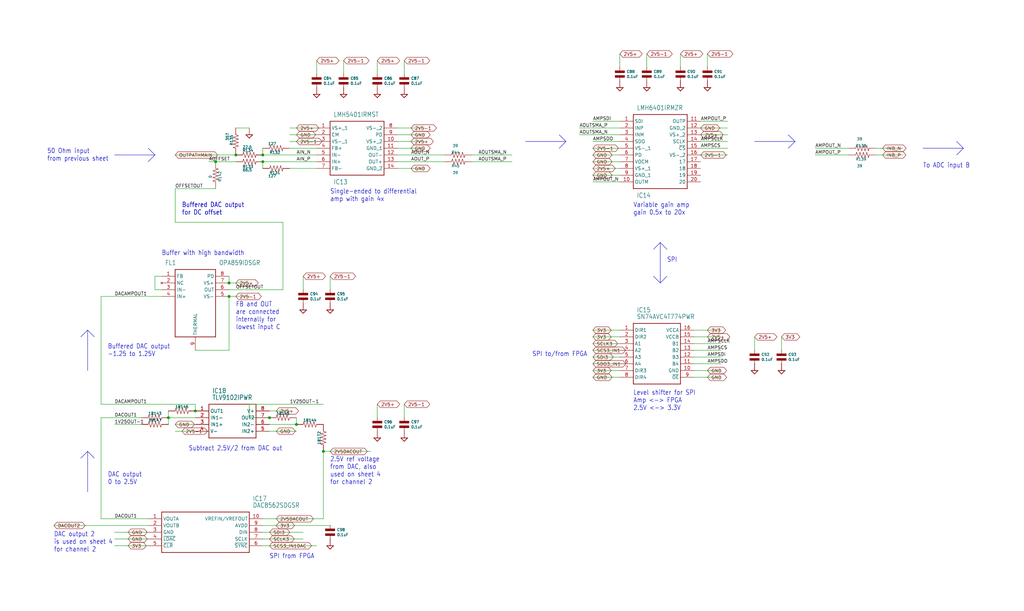
<source format=kicad_sch>
(kicad_sch (version 20231120) (generator "eeschema") (generator_version "8.0")
  (paper "User" 386.055 230.327)
  (lib_symbols
    (symbol "haasoscope_pro_adc_fpga_board-eagle-import:CAPACITOR_NP_0402"
      (property "Reference" "C" (at 2.54 1.524 0))
      (symbol "CAPACITOR_NP_0402_1_0"
        (rectangle (start -1.778 -1.27) (end 1.778 -0.508) (fill (type outline)))
        (rectangle (start -1.778 0.508) (end 1.778 1.27) (fill (type outline)))
        (polyline (pts (xy 0 -2.54) (xy 0 -1.016)) (stroke (width 0.1524)))
        (polyline (pts (xy 0 2.54) (xy 0 1.016)) (stroke (width 0.1524)))
        (pin passive line (at 0 2.54 270) (length 0) (name "P$1") (number "P$1"))
        (pin passive line (at 0 -2.54 90) (length 0) (name "P$2") (number "P$2"))
      )
    )
    (symbol "haasoscope_pro_adc_fpga_board-eagle-import:DAC8562SDGSR"
      (property "Reference" "IC" (at 39.37 7.62 0))
      (symbol "DAC8562SDGSR_1_0"
        (polyline (pts (xy 5.08 2.54) (xy 5.08 -12.7)) (stroke (width 0.254)))
        (polyline (pts (xy 5.08 2.54) (xy 38.1 2.54)) (stroke (width 0.254)))
        (polyline (pts (xy 38.1 -12.7) (xy 5.08 -12.7)) (stroke (width 0.254)))
        (polyline (pts (xy 38.1 -12.7) (xy 38.1 2.54)) (stroke (width 0.254)))
        (pin bidirectional line (at 0 0 0) (length 5.08) (name "VOUTA") (number "1"))
        (pin bidirectional line (at 43.18 0 180) (length 5.08) (name "VREFIN/VREFOUT") (number "10"))
        (pin bidirectional line (at 0 -2.54 0) (length 5.08) (name "VOUTB") (number "2"))
        (pin bidirectional line (at 0 -5.08 0) (length 5.08) (name "GND") (number "3"))
        (pin bidirectional line (at 0 -7.62 0) (length 5.08) (name "~{LDAC}") (number "4"))
        (pin bidirectional line (at 0 -10.16 0) (length 5.08) (name "~{CLR}") (number "5"))
        (pin bidirectional line (at 43.18 -10.16 180) (length 5.08) (name "~{SYNC}") (number "6"))
        (pin bidirectional line (at 43.18 -7.62 180) (length 5.08) (name "SCLK") (number "7"))
        (pin bidirectional line (at 43.18 -5.08 180) (length 5.08) (name "DIN") (number "8"))
        (pin bidirectional line (at 43.18 -2.54 180) (length 5.08) (name "AVDD") (number "9"))
      )
    )
    (symbol "haasoscope_pro_adc_fpga_board-eagle-import:LMH5401IRMST"
      (property "Reference" "IC" (at 26.67 7.62 0))
      (symbol "LMH5401IRMST_1_0"
        (polyline (pts (xy 5.08 2.54) (xy 5.08 -17.78)) (stroke (width 0.254)))
        (polyline (pts (xy 5.08 2.54) (xy 25.4 2.54)) (stroke (width 0.254)))
        (polyline (pts (xy 25.4 -17.78) (xy 5.08 -17.78)) (stroke (width 0.254)))
        (polyline (pts (xy 25.4 -17.78) (xy 25.4 2.54)) (stroke (width 0.254)))
        (pin bidirectional line (at 0 0 0) (length 5.08) (name "VS+_1") (number "1"))
        (pin bidirectional line (at 30.48 -5.08 180) (length 5.08) (name "VS+_2") (number "10"))
        (pin bidirectional line (at 30.48 -7.62 180) (length 5.08) (name "GND_1") (number "11"))
        (pin bidirectional line (at 30.48 -10.16 180) (length 5.08) (name "OUT-") (number "12"))
        (pin bidirectional line (at 30.48 -12.7 180) (length 5.08) (name "OUT+") (number "13"))
        (pin bidirectional line (at 30.48 -15.24 180) (length 5.08) (name "GND_2") (number "14"))
        (pin bidirectional line (at 0 -2.54 0) (length 5.08) (name "CM") (number "2"))
        (pin bidirectional line (at 0 -5.08 0) (length 5.08) (name "VS-_1") (number "3"))
        (pin bidirectional line (at 0 -7.62 0) (length 5.08) (name "FB+") (number "4"))
        (pin bidirectional line (at 0 -10.16 0) (length 5.08) (name "IN-") (number "5"))
        (pin bidirectional line (at 0 -12.7 0) (length 5.08) (name "IN+") (number "6"))
        (pin bidirectional line (at 0 -15.24 0) (length 5.08) (name "FB-") (number "7"))
        (pin bidirectional line (at 30.48 0 180) (length 5.08) (name "VS-_2") (number "8"))
        (pin bidirectional line (at 30.48 -2.54 180) (length 5.08) (name "PD") (number "9"))
      )
    )
    (symbol "haasoscope_pro_adc_fpga_board-eagle-import:LMH6401IRMZR"
      (property "Reference" "IC" (at 26.67 7.62 0))
      (symbol "LMH6401IRMZR_1_0"
        (polyline (pts (xy 5.08 2.54) (xy 5.08 -25.4)) (stroke (width 0.254)))
        (polyline (pts (xy 5.08 2.54) (xy 25.4 2.54)) (stroke (width 0.254)))
        (polyline (pts (xy 25.4 -25.4) (xy 5.08 -25.4)) (stroke (width 0.254)))
        (polyline (pts (xy 25.4 -25.4) (xy 25.4 2.54)) (stroke (width 0.254)))
        (pin bidirectional line (at 0 0 0) (length 5.08) (name "SDI") (number "1"))
        (pin bidirectional line (at 0 -22.86 0) (length 5.08) (name "OUTM") (number "10"))
        (pin bidirectional line (at 30.48 0 180) (length 5.08) (name "OUTP") (number "11"))
        (pin bidirectional line (at 30.48 -2.54 180) (length 5.08) (name "GND_2") (number "12"))
        (pin bidirectional line (at 30.48 -5.08 180) (length 5.08) (name "VS+_2") (number "13"))
        (pin bidirectional line (at 30.48 -7.62 180) (length 5.08) (name "SCLK") (number "14"))
        (pin bidirectional line (at 30.48 -10.16 180) (length 5.08) (name "~{CS}") (number "15"))
        (pin bidirectional line (at 30.48 -12.7 180) (length 5.08) (name "VS-_2") (number "16"))
        (pin bidirectional line (at 30.48 -15.24 180) (length 5.08) (name "17") (number "17"))
        (pin bidirectional line (at 30.48 -17.78 180) (length 5.08) (name "18") (number "18"))
        (pin bidirectional line (at 30.48 -20.32 180) (length 5.08) (name "19") (number "19"))
        (pin bidirectional line (at 0 -2.54 0) (length 5.08) (name "INP") (number "2"))
        (pin bidirectional line (at 30.48 -22.86 180) (length 5.08) (name "20") (number "20"))
        (pin bidirectional line (at 0 -5.08 0) (length 5.08) (name "INM") (number "3"))
        (pin bidirectional line (at 0 -7.62 0) (length 5.08) (name "SDO") (number "4"))
        (pin bidirectional line (at 0 -10.16 0) (length 5.08) (name "VS-_1") (number "5"))
        (pin bidirectional line (at 0 -12.7 0) (length 5.08) (name "PD") (number "6"))
        (pin bidirectional line (at 0 -15.24 0) (length 5.08) (name "VOCM") (number "7"))
        (pin bidirectional line (at 0 -17.78 0) (length 5.08) (name "VS+_1") (number "8"))
        (pin bidirectional line (at 0 -20.32 0) (length 5.08) (name "GND_1") (number "9"))
      )
    )
    (symbol "haasoscope_pro_adc_fpga_board-eagle-import:MF_Passives_RESISTOR_0402"
      (property "Reference" "R" (at 2.54 1.524 0))
      (symbol "MF_Passives_RESISTOR_0402_1_0"
        (polyline (pts (xy -1.016 -2.286) (xy 0 -2.54)) (stroke (width 0.1524)))
        (polyline (pts (xy -1.016 -1.016) (xy 1.016 -1.651)) (stroke (width 0.1524)))
        (polyline (pts (xy -1.016 0.254) (xy 1.016 -0.381)) (stroke (width 0.1524)))
        (polyline (pts (xy -1.016 1.524) (xy 1.016 0.889)) (stroke (width 0.1524)))
        (polyline (pts (xy 0 2.54) (xy 1.016 2.159)) (stroke (width 0.1524)))
        (polyline (pts (xy 1.016 -1.651) (xy -1.016 -2.286)) (stroke (width 0.1524)))
        (polyline (pts (xy 1.016 -0.381) (xy -1.016 -1.016)) (stroke (width 0.1524)))
        (polyline (pts (xy 1.016 0.889) (xy -1.016 0.254)) (stroke (width 0.1524)))
        (polyline (pts (xy 1.016 2.159) (xy -1.016 1.524)) (stroke (width 0.1524)))
        (pin passive line (at 0 5.08 270) (length 2.54) (name "P$1") (number "P$1"))
        (pin passive line (at 0 -5.08 90) (length 2.54) (name "P$2") (number "P$2"))
      )
    )
    (symbol "haasoscope_pro_adc_fpga_board-eagle-import:OPA859IDSGR"
      (property "Reference" "FL" (at 21.59 7.62 0))
      (symbol "OPA859IDSGR_1_0"
        (polyline (pts (xy 5.08 2.54) (xy 5.08 -22.86)) (stroke (width 0.254)))
        (polyline (pts (xy 5.08 2.54) (xy 20.32 2.54)) (stroke (width 0.254)))
        (polyline (pts (xy 20.32 -22.86) (xy 5.08 -22.86)) (stroke (width 0.254)))
        (polyline (pts (xy 20.32 -22.86) (xy 20.32 2.54)) (stroke (width 0.254)))
        (pin input line (at 0 0 0) (length 5.08) (name "FB") (number "1"))
        (pin no_connect line (at 0 -2.54 0) (length 5.08) (name "NC") (number "2"))
        (pin input line (at 0 -5.08 0) (length 5.08) (name "IN-") (number "3"))
        (pin input line (at 0 -7.62 0) (length 5.08) (name "IN+") (number "4"))
        (pin power_in line (at 25.4 -7.62 180) (length 5.08) (name "VS-") (number "5"))
        (pin output line (at 25.4 -5.08 180) (length 5.08) (name "OUT") (number "6"))
        (pin power_in line (at 25.4 -2.54 180) (length 5.08) (name "VS+") (number "7"))
        (pin input line (at 25.4 0 180) (length 5.08) (name "PD") (number "8"))
        (pin bidirectional line (at 12.7 -27.94 90) (length 5.08) (name "THERMAL") (number "9"))
      )
    )
    (symbol "haasoscope_pro_adc_fpga_board-eagle-import:SN74AVC4T774PWR"
      (property "Reference" "IC" (at 24.13 7.62 0))
      (symbol "SN74AVC4T774PWR_1_0"
        (polyline (pts (xy 5.08 2.54) (xy 5.08 -20.32)) (stroke (width 0.254)))
        (polyline (pts (xy 5.08 2.54) (xy 22.86 2.54)) (stroke (width 0.254)))
        (polyline (pts (xy 22.86 -20.32) (xy 5.08 -20.32)) (stroke (width 0.254)))
        (polyline (pts (xy 22.86 -20.32) (xy 22.86 2.54)) (stroke (width 0.254)))
        (pin bidirectional line (at 0 0 0) (length 5.08) (name "DIR1") (number "1"))
        (pin bidirectional line (at 27.94 -15.24 180) (length 5.08) (name "GND") (number "10"))
        (pin bidirectional line (at 27.94 -12.7 180) (length 5.08) (name "B4") (number "11"))
        (pin bidirectional line (at 27.94 -10.16 180) (length 5.08) (name "B3") (number "12"))
        (pin bidirectional line (at 27.94 -7.62 180) (length 5.08) (name "B2") (number "13"))
        (pin bidirectional line (at 27.94 -5.08 180) (length 5.08) (name "B1") (number "14"))
        (pin bidirectional line (at 27.94 -2.54 180) (length 5.08) (name "VCCB") (number "15"))
        (pin bidirectional line (at 27.94 0 180) (length 5.08) (name "VCCA") (number "16"))
        (pin bidirectional line (at 0 -2.54 0) (length 5.08) (name "DIR2") (number "2"))
        (pin bidirectional line (at 0 -5.08 0) (length 5.08) (name "A1") (number "3"))
        (pin bidirectional line (at 0 -7.62 0) (length 5.08) (name "A2") (number "4"))
        (pin bidirectional line (at 0 -10.16 0) (length 5.08) (name "A3") (number "5"))
        (pin bidirectional line (at 0 -12.7 0) (length 5.08) (name "A4") (number "6"))
        (pin bidirectional line (at 0 -15.24 0) (length 5.08) (name "DIR3") (number "7"))
        (pin bidirectional line (at 0 -17.78 0) (length 5.08) (name "DIR4") (number "8"))
        (pin bidirectional line (at 27.94 -17.78 180) (length 5.08) (name "~{OE}") (number "9"))
      )
    )
    (symbol "haasoscope_pro_adc_fpga_board-eagle-import:TLV9102IPWR"
      (property "Reference" "IC" (at 24.13 7.62 0))
      (symbol "TLV9102IPWR_1_0"
        (polyline (pts (xy 5.08 2.54) (xy 5.08 -10.16)) (stroke (width 0.254)))
        (polyline (pts (xy 5.08 2.54) (xy 22.86 2.54)) (stroke (width 0.254)))
        (polyline (pts (xy 22.86 -10.16) (xy 5.08 -10.16)) (stroke (width 0.254)))
        (polyline (pts (xy 22.86 -10.16) (xy 22.86 2.54)) (stroke (width 0.254)))
        (pin bidirectional line (at 0 0 0) (length 5.08) (name "OUT1") (number "1"))
        (pin bidirectional line (at 0 -2.54 0) (length 5.08) (name "IN1-") (number "2"))
        (pin bidirectional line (at 0 -5.08 0) (length 5.08) (name "IN1+") (number "3"))
        (pin bidirectional line (at 0 -7.62 0) (length 5.08) (name "V-") (number "4"))
        (pin bidirectional line (at 27.94 -7.62 180) (length 5.08) (name "IN2+") (number "5"))
        (pin bidirectional line (at 27.94 -5.08 180) (length 5.08) (name "IN2-") (number "6"))
        (pin bidirectional line (at 27.94 -2.54 180) (length 5.08) (name "OUT2") (number "7"))
        (pin bidirectional line (at 27.94 0 180) (length 5.08) (name "V+") (number "8"))
      )
    )
    (symbol "haasoscope_pro_adc_fpga_board-eagle-import:supply2_GND" (power)
      (symbol "supply2_GND_1_0"
        (polyline (pts (xy -1.27 0) (xy 1.27 0)) (stroke (width 0.254)))
        (polyline (pts (xy 0 -1.27) (xy -1.27 0)) (stroke (width 0.254)))
        (polyline (pts (xy 1.27 0) (xy 0 -1.27)) (stroke (width 0.254)))
        (pin power_in line (at 0 2.54 270) (length 2.54) (name "GND") (number "1"))
      )
    )
  )
  (junction (at 86.36 106.68))
  (junction (at 101.6 157.48))
  (junction (at 86.36 111.76))
  (junction (at 111.76 160.02))
  (junction (at 73.66 154.94))
  (junction (at 99.06 60.96))
  (junction (at 99.06 58.42))
  (junction (at 63.5 157.48))
  (junction (at 81.28 60.96))
  (junction (at 88.9 58.42))
  (junction (at 121.92 170.18))
  (wire (pts (xy 119.38 53.34) (xy 109.22 53.34)) (stroke (width 0.1524)))
  (wire (pts (xy 38.1 195.58) (xy 38.1 157.48)) (stroke (width 0.1524)))
  (wire (pts (xy 55.88 198.12) (xy 20.32 198.12)) (stroke (width 0.1524)))
  (wire (pts (xy 73.66 162.56) (xy 66.04 162.56)) (stroke (width 0.1524)))
  (wire (pts (xy 73.66 132.08) (xy 86.36 132.08)) (stroke (width 0.1524)))
  (polyline (pts (xy 33.02 185.42) (xy 33.02 170.18)) (stroke (width 0.1524) (type solid)))
  (polyline (pts (xy 30.48 127) (xy 33.02 124.46)) (stroke (width 0.1524) (type solid)))
  (polyline (pts (xy 363.22 55.88) (xy 360.68 58.42)) (stroke (width 0.1524) (type solid)))
  (polyline (pts (xy 248.92 106.68) (xy 248.92 91.44)) (stroke (width 0.1524) (type solid)))
  (wire (pts (xy 177.8 58.42) (xy 193.04 58.42)) (stroke (width 0.1524)))
  (wire (pts (xy 88.9 60.96) (xy 81.28 60.96)) (stroke (width 0.1524)))
  (wire (pts (xy 101.6 157.48) (xy 93.98 157.48)) (stroke (width 0.1524)))
  (wire (pts (xy 266.7 25.4) (xy 266.7 20.32)) (stroke (width 0.1524)))
  (wire (pts (xy 58.42 104.14) (xy 58.42 109.22)) (stroke (width 0.1524)))
  (wire (pts (xy 261.62 124.46) (xy 271.78 124.46)) (stroke (width 0.1524)))
  (wire (pts (xy 233.68 45.72) (xy 223.52 45.72)) (stroke (width 0.1524)))
  (wire (pts (xy 149.86 58.42) (xy 167.64 58.42)) (stroke (width 0.1524)))
  (wire (pts (xy 73.66 157.48) (xy 63.5 157.48)) (stroke (width 0.1524)))
  (wire (pts (xy 101.6 160.02) (xy 111.76 160.02)) (stroke (width 0.1524)))
  (wire (pts (xy 111.76 157.48) (xy 111.76 160.02)) (stroke (width 0.1524)))
  (wire (pts (xy 261.62 132.08) (xy 271.78 132.08)) (stroke (width 0.1524)))
  (wire (pts (xy 81.28 71.12) (xy 66.04 71.12)) (stroke (width 0.1524)))
  (wire (pts (xy 274.32 50.8) (xy 264.16 50.8)) (stroke (width 0.1524)))
  (wire (pts (xy 86.36 104.14) (xy 86.36 106.68)) (stroke (width 0.1524)))
  (wire (pts (xy 218.44 50.8) (xy 233.68 50.8)) (stroke (width 0.1524)))
  (polyline (pts (xy 248.92 106.68) (xy 251.46 104.14)) (stroke (width 0.1524) (type solid)))
  (polyline (pts (xy 33.02 124.46) (xy 35.56 127)) (stroke (width 0.1524) (type solid)))
  (wire (pts (xy 274.32 45.72) (xy 264.16 45.72)) (stroke (width 0.1524)))
  (wire (pts (xy 60.96 104.14) (xy 58.42 104.14)) (stroke (width 0.1524)))
  (wire (pts (xy 99.06 205.74) (xy 119.38 205.74)) (stroke (width 0.1524)))
  (wire (pts (xy 119.38 58.42) (xy 99.06 58.42)) (stroke (width 0.1524)))
  (wire (pts (xy 149.86 50.8) (xy 160.02 50.8)) (stroke (width 0.1524)))
  (wire (pts (xy 233.68 127) (xy 223.52 127)) (stroke (width 0.1524)))
  (wire (pts (xy 73.66 154.94) (xy 73.66 152.4)) (stroke (width 0.1524)))
  (wire (pts (xy 142.24 157.48) (xy 142.24 152.4)) (stroke (width 0.1524)))
  (wire (pts (xy 63.5 154.94) (xy 63.5 157.48)) (stroke (width 0.1524)))
  (wire (pts (xy 243.84 25.4) (xy 243.84 20.32)) (stroke (width 0.1524)))
  (wire (pts (xy 101.6 154.94) (xy 109.22 154.94)) (stroke (width 0.1524)))
  (wire (pts (xy 149.86 63.5) (xy 160.02 63.5)) (stroke (width 0.1524)))
  (wire (pts (xy 233.68 63.5) (xy 223.52 63.5)) (stroke (width 0.1524)))
  (wire (pts (xy 233.68 66.04) (xy 223.52 66.04)) (stroke (width 0.1524)))
  (wire (pts (xy 101.6 162.56) (xy 111.76 162.56)) (stroke (width 0.1524)))
  (wire (pts (xy 223.52 137.16) (xy 233.68 137.16)) (stroke (width 0.1524)))
  (wire (pts (xy 99.06 198.12) (xy 124.46 198.12)) (stroke (width 0.1524)))
  (wire (pts (xy 294.64 132.08) (xy 294.64 127)) (stroke (width 0.1524)))
  (wire (pts (xy 274.32 48.26) (xy 264.16 48.26)) (stroke (width 0.1524)))
  (wire (pts (xy 93.98 111.76) (xy 86.36 111.76)) (stroke (width 0.1524)))
  (wire (pts (xy 60.96 111.76) (xy 38.1 111.76)) (stroke (width 0.1524)))
  (wire (pts (xy 88.9 58.42) (xy 66.04 58.42)) (stroke (width 0.1524)))
  (wire (pts (xy 119.38 55.88) (xy 109.22 55.88)) (stroke (width 0.1524)))
  (wire (pts (xy 152.4 157.48) (xy 152.4 152.4)) (stroke (width 0.1524)))
  (polyline (pts (xy 198.12 53.34) (xy 213.36 53.34)) (stroke (width 0.1524) (type solid)))
  (wire (pts (xy 93.98 157.48) (xy 93.98 152.4)) (stroke (width 0.1524)))
  (wire (pts (xy 99.06 203.2) (xy 114.3 203.2)) (stroke (width 0.1524)))
  (polyline (pts (xy 33.02 139.7) (xy 33.02 124.46)) (stroke (width 0.1524) (type solid)))
  (wire (pts (xy 66.04 83.82) (xy 66.04 71.12)) (stroke (width 0.1524)))
  (wire (pts (xy 177.8 60.96) (xy 193.04 60.96)) (stroke (width 0.1524)))
  (wire (pts (xy 330.2 58.42) (xy 340.36 58.42)) (stroke (width 0.1524)))
  (wire (pts (xy 119.38 50.8) (xy 109.22 50.8)) (stroke (width 0.1524)))
  (wire (pts (xy 55.88 200.66) (xy 43.18 200.66)) (stroke (width 0.1524)))
  (wire (pts (xy 233.68 129.54) (xy 223.52 129.54)) (stroke (width 0.1524)))
  (wire (pts (xy 93.98 48.26) (xy 88.9 48.26)) (stroke (width 0.1524)))
  (wire (pts (xy 149.86 53.34) (xy 160.02 53.34)) (stroke (width 0.1524)))
  (polyline (pts (xy 43.18 58.42) (xy 58.42 58.42)) (stroke (width 0.1524) (type solid)))
  (wire (pts (xy 86.36 109.22) (xy 106.68 109.22)) (stroke (width 0.1524)))
  (polyline (pts (xy 58.42 58.42) (xy 55.88 60.96)) (stroke (width 0.1524) (type solid)))
  (polyline (pts (xy 210.82 50.8) (xy 213.36 53.34)) (stroke (width 0.1524) (type solid)))
  (wire (pts (xy 99.06 60.96) (xy 99.06 63.5)) (stroke (width 0.1524)))
  (wire (pts (xy 119.38 48.26) (xy 109.22 48.26)) (stroke (width 0.1524)))
  (wire (pts (xy 106.68 109.22) (xy 106.68 83.82)) (stroke (width 0.1524)))
  (wire (pts (xy 106.68 83.82) (xy 66.04 83.82)) (stroke (width 0.1524)))
  (wire (pts (xy 149.86 55.88) (xy 160.02 55.88)) (stroke (width 0.1524)))
  (wire (pts (xy 121.92 195.58) (xy 121.92 170.18)) (stroke (width 0.1524)))
  (wire (pts (xy 256.54 25.4) (xy 256.54 20.32)) (stroke (width 0.1524)))
  (wire (pts (xy 93.98 152.4) (xy 121.92 152.4)) (stroke (width 0.1524)))
  (wire (pts (xy 261.62 127) (xy 271.78 127)) (stroke (width 0.1524)))
  (wire (pts (xy 63.5 157.48) (xy 63.5 160.02)) (stroke (width 0.1524)))
  (polyline (pts (xy 213.36 53.34) (xy 210.82 55.88)) (stroke (width 0.1524) (type solid)))
  (wire (pts (xy 233.68 68.58) (xy 223.52 68.58)) (stroke (width 0.1524)))
  (wire (pts (xy 124.46 109.22) (xy 124.46 104.14)) (stroke (width 0.1524)))
  (wire (pts (xy 99.06 200.66) (xy 114.3 200.66)) (stroke (width 0.1524)))
  (wire (pts (xy 55.88 195.58) (xy 38.1 195.58)) (stroke (width 0.1524)))
  (wire (pts (xy 233.68 142.24) (xy 223.52 142.24)) (stroke (width 0.1524)))
  (polyline (pts (xy 30.48 172.72) (xy 33.02 170.18)) (stroke (width 0.1524) (type solid)))
  (wire (pts (xy 233.68 134.62) (xy 223.52 134.62)) (stroke (width 0.1524)))
  (wire (pts (xy 149.86 60.96) (xy 167.64 60.96)) (stroke (width 0.1524)))
  (wire (pts (xy 233.68 58.42) (xy 223.52 58.42)) (stroke (width 0.1524)))
  (wire (pts (xy 264.16 58.42) (xy 274.32 58.42)) (stroke (width 0.1524)))
  (wire (pts (xy 86.36 132.08) (xy 86.36 111.76)) (stroke (width 0.1524)))
  (wire (pts (xy 233.68 53.34) (xy 223.52 53.34)) (stroke (width 0.1524)))
  (wire (pts (xy 99.06 195.58) (xy 121.92 195.58)) (stroke (width 0.1524)))
  (wire (pts (xy 73.66 160.02) (xy 66.04 160.02)) (stroke (width 0.1524)))
  (wire (pts (xy 38.1 152.4) (xy 38.1 111.76)) (stroke (width 0.1524)))
  (wire (pts (xy 119.38 27.94) (xy 119.38 22.86)) (stroke (width 0.1524)))
  (wire (pts (xy 284.48 132.08) (xy 284.48 127)) (stroke (width 0.1524)))
  (polyline (pts (xy 248.92 91.44) (xy 251.46 93.98)) (stroke (width 0.1524) (type solid)))
  (wire (pts (xy 121.92 170.18) (xy 139.7 170.18)) (stroke (width 0.1524)))
  (wire (pts (xy 274.32 53.34) (xy 264.16 53.34)) (stroke (width 0.1524)))
  (wire (pts (xy 73.66 152.4) (xy 38.1 152.4)) (stroke (width 0.1524)))
  (wire (pts (xy 99.06 58.42) (xy 99.06 55.88)) (stroke (width 0.1524)))
  (polyline (pts (xy 284.48 53.34) (xy 299.72 53.34)) (stroke (width 0.1524) (type solid)))
  (wire (pts (xy 114.3 109.22) (xy 114.3 104.14)) (stroke (width 0.1524)))
  (wire (pts (xy 119.38 60.96) (xy 99.06 60.96)) (stroke (width 0.1524)))
  (wire (pts (xy 320.04 58.42) (xy 307.34 58.42)) (stroke (width 0.1524)))
  (wire (pts (xy 233.68 55.88) (xy 223.52 55.88)) (stroke (width 0.1524)))
  (wire (pts (xy 233.68 48.26) (xy 218.44 48.26)) (stroke (width 0.1524)))
  (polyline (pts (xy 297.18 50.8) (xy 299.72 53.34)) (stroke (width 0.1524) (type solid)))
  (wire (pts (xy 58.42 109.22) (xy 60.96 109.22)) (stroke (width 0.1524)))
  (wire (pts (xy 274.32 55.88) (xy 264.16 55.88)) (stroke (width 0.1524)))
  (wire (pts (xy 149.86 48.26) (xy 160.02 48.26)) (stroke (width 0.1524)))
  (polyline (pts (xy 55.88 55.88) (xy 58.42 58.42)) (stroke (width 0.1524) (type solid)))
  (wire (pts (xy 320.04 55.88) (xy 307.34 55.88)) (stroke (width 0.1524)))
  (wire (pts (xy 261.62 137.16) (xy 271.78 137.16)) (stroke (width 0.1524)))
  (wire (pts (xy 261.62 129.54) (xy 271.78 129.54)) (stroke (width 0.1524)))
  (wire (pts (xy 152.4 27.94) (xy 152.4 22.86)) (stroke (width 0.1524)))
  (wire (pts (xy 233.68 25.4) (xy 233.68 20.32)) (stroke (width 0.1524)))
  (wire (pts (xy 119.38 63.5) (xy 109.22 63.5)) (stroke (width 0.1524)))
  (wire (pts (xy 129.54 27.94) (xy 129.54 22.86)) (stroke (width 0.1524)))
  (wire (pts (xy 261.62 134.62) (xy 271.78 134.62)) (stroke (width 0.1524)))
  (polyline (pts (xy 299.72 53.34) (xy 297.18 55.88)) (stroke (width 0.1524) (type solid)))
  (wire (pts (xy 142.24 27.94) (xy 142.24 22.86)) (stroke (width 0.1524)))
  (wire (pts (xy 233.68 124.46) (xy 223.52 124.46)) (stroke (width 0.1524)))
  (wire (pts (xy 233.68 60.96) (xy 223.52 60.96)) (stroke (width 0.1524)))
  (wire (pts (xy 55.88 203.2) (xy 43.18 203.2)) (stroke (width 0.1524)))
  (wire (pts (xy 81.28 60.96) (xy 78.74 60.96)) (stroke (width 0.1524)))
  (wire (pts (xy 261.62 139.7) (xy 271.78 139.7)) (stroke (width 0.1524)))
  (wire (pts (xy 330.2 55.88) (xy 340.36 55.88)) (stroke (width 0.1524)))
  (polyline (pts (xy 347.98 55.88) (xy 363.22 55.88)) (stroke (width 0.1524) (type solid)))
  (wire (pts (xy 55.88 205.74) (xy 43.18 205.74)) (stroke (width 0.1524)))
  (wire (pts (xy 53.34 160.02) (xy 43.18 160.02)) (stroke (width 0.1524)))
  (wire (pts (xy 86.36 106.68) (xy 93.98 106.68)) (stroke (width 0.1524)))
  (polyline (pts (xy 246.38 93.98) (xy 248.92 91.44)) (stroke (width 0.1524) (type solid)))
  (wire (pts (xy 53.34 157.48) (xy 38.1 157.48)) (stroke (width 0.1524)))
  (wire (pts (xy 223.52 132.08) (xy 233.68 132.08)) (stroke (width 0.1524)))
  (wire (pts (xy 261.62 142.24) (xy 271.78 142.24)) (stroke (width 0.1524)))
  (wire (pts (xy 233.68 139.7) (xy 223.52 139.7)) (stroke (width 0.1524)))
  (polyline (pts (xy 33.02 170.18) (xy 35.56 172.72)) (stroke (width 0.1524) (type solid)))
  (polyline (pts (xy 360.68 53.34) (xy 363.22 55.88)) (stroke (width 0.1524) (type solid)))
  (polyline (pts (xy 246.38 104.14) (xy 248.92 106.68)) (stroke (width 0.1524) (type solid)))
  (text "DAC output 2\nis used on sheet 4\nfor channel 2" (at 20.32 208.28 0) (effects (font (size 1.778 1.5113)) (justify left bottom)))
  (text "SPI from FPGA" (at 101.6 210.82 0) (effects (font (size 1.778 1.5113)) (justify left bottom)))
  (text "Buffered DAC output\nfor DC offset" (at 68.58 81.28 0) (effects (font (size 1.778 1.5113)) (justify left bottom)))
  (text "DAC output\n0 to 2.5V" (at 40.64 182.88 0) (effects (font (size 1.778 1.5113)) (justify left bottom)))
  (text "To ADC input B" (at 347.98 63.5 0) (effects (font (size 1.778 1.5113)) (justify left bottom)))
  (text "Buffered DAC output\nfor DC offset" (at 68.58 81.28 0) (effects (font (size 1.778 1.5113)) (justify left bottom)))
  (text "Level shifter for SPI\nAmp <-> FPGA\n2.5V <-> 3.3V" (at 238.76 154.94 0) (effects (font (size 1.778 1.5113)) (justify left bottom)))
  (text "SPI to/from FPGA" (at 200.66 134.62 0) (effects (font (size 1.778 1.5113)) (justify left bottom)))
  (text "FB and OUT\nare connected\ninternally for\nlowest input C" (at 88.9 124.46 0) (effects (font (size 1.778 1.5113)) (justify left bottom)))
  (text "Single-ended to differential\namp with gain 4x" (at 124.46 76.2 0) (effects (font (size 1.778 1.5113)) (justify left bottom)))
  (text "Buffered DAC output\n-1.25 to 1.25V" (at 40.64 134.62 0) (effects (font (size 1.778 1.5113)) (justify left bottom)))
  (text "Variable gain amp\ngain 0.5x to 20x" (at 238.76 81.28 0) (effects (font (size 1.778 1.5113)) (justify left bottom)))
  (text "SPI" (at 251.46 99.06 0) (effects (font (size 1.778 1.5113)) (justify left bottom)))
  (text "Subtract 2.5V/2 from DAC out" (at 71.12 170.18 0) (effects (font (size 1.778 1.5113)) (justify left bottom)))
  (text "50 Ohm input\nfrom previous sheet" (at 17.78 60.96 0) (effects (font (size 1.778 1.5113)) (justify left bottom)))
  (text "2.5V ref voltage\nfrom DAC, also\nused on sheet 4\nfor channel 2" (at 124.46 182.88 0) (effects (font (size 1.778 1.5113)) (justify left bottom)))
  (text "Buffer with high bandwidth" (at 60.96 96.52 0) (effects (font (size 1.778 1.5113)) (justify left bottom)))
  (label "AMPSDI" (at 223.52 45.72 0) (effects (font (size 1.2446 1.2446))))
  (label "AOUTSMA_P" (at 218.44 48.26 0) (effects (font (size 1.2446 1.2446))))
  (label "AMPSDO" (at 266.7 137.16 0) (effects (font (size 1.2446 1.2446))))
  (label "AMPSCLK" (at 264.16 53.34 0) (effects (font (size 1.2446 1.2446))))
  (label "AMPOUT_P" (at 264.16 45.72 0) (effects (font (size 1.2446 1.2446))))
  (label "DACOUT1" (at 43.18 157.48 0) (effects (font (size 1.2446 1.2446))))
  (label "AMPSCLK" (at 266.7 129.54 0) (effects (font (size 1.2446 1.2446))))
  (label "AOFFSET" (at 78.74 60.96 0) (effects (font (size 1.2446 1.2446))))
  (label "AOUTSMA_N" (at 180.34 58.42 0) (effects (font (size 1.2446 1.2446))))
  (label "AIN_P" (at 111.76 60.96 0) (effects (font (size 1.2446 1.2446))))
  (label "DACAMPOUT1" (at 43.18 111.76 0) (effects (font (size 1.2446 1.2446))))
  (label "OFFSETOUT" (at 88.9 109.22 0) (effects (font (size 1.2446 1.2446))))
  (label "AOUT_P" (at 154.94 60.96 0) (effects (font (size 1.2446 1.2446))))
  (label "1V25OUT-1" (at 43.18 160.02 0) (effects (font (size 1.2446 1.2446))))
  (label "1V25OUT-1" (at 109.22 152.4 0) (effects (font (size 1.2446 1.2446))))
  (label "AIN_N" (at 111.76 58.42 0) (effects (font (size 1.2446 1.2446))))
  (label "AMPOUT_P" (at 307.34 58.42 0) (effects (font (size 1.2446 1.2446))))
  (label "AMPSCS" (at 264.16 55.88 0) (effects (font (size 1.2446 1.2446))))
  (label "AMPOUT_N" (at 307.34 55.88 0) (effects (font (size 1.2446 1.2446))))
  (label "AOUTSMA_P" (at 180.34 60.96 0) (effects (font (size 1.2446 1.2446))))
  (label "DACOUT1" (at 43.18 195.58 0) (effects (font (size 1.2446 1.2446))))
  (label "AOUT_N" (at 154.94 58.42 0) (effects (font (size 1.2446 1.2446))))
  (label "AMPSDI" (at 266.7 134.62 0) (effects (font (size 1.2446 1.2446))))
  (label "DACAMPOUT1" (at 43.18 152.4 0) (effects (font (size 1.2446 1.2446))))
  (label "AMPOUT_N" (at 223.52 68.58 0) (effects (font (size 1.2446 1.2446))))
  (label "AOUTSMA_N" (at 218.44 50.8 0) (effects (font (size 1.2446 1.2446))))
  (label "OFFSETOUT" (at 66.04 71.12 0) (effects (font (size 1.2446 1.2446))))
  (label "AMPSDO" (at 223.52 53.34 0) (effects (font (size 1.2446 1.2446))))
  (label "AMPSCS" (at 266.7 132.08 0) (effects (font (size 1.2446 1.2446))))
  (global_label "GND" (shape bidirectional) (at 223.52 66.04 0) (effects (font (size 1.2446 1.2446))) (property "Intersheetrefs" "${INTERSHEET_REFS}" (effects (hide yes))))
  (global_label "2V5-1" (shape bidirectional) (at 154.94 48.26 0) (effects (font (size 1.2446 1.2446))) (property "Intersheetrefs" "${INTERSHEET_REFS}" (effects (hide yes))))
  (global_label "3V3" (shape bidirectional) (at 223.52 127 0) (effects (font (size 1.2446 1.2446))) (property "Intersheetrefs" "${INTERSHEET_REFS}" (effects (hide yes))))
  (global_label "2V5-1" (shape bidirectional) (at 129.54 22.86 0) (effects (font (size 1.2446 1.2446))) (property "Intersheetrefs" "${INTERSHEET_REFS}" (effects (hide yes))))
  (global_label "2V5DACOUT" (shape bidirectional) (at 104.14 195.58 0) (effects (font (size 1.2446 1.2446))) (property "Intersheetrefs" "${INTERSHEET_REFS}" (effects (hide yes))))
  (global_label "GND" (shape bidirectional) (at 104.14 162.56 0) (effects (font (size 1.2446 1.2446))) (property "Intersheetrefs" "${INTERSHEET_REFS}" (effects (hide yes))))
  (global_label "GND" (shape bidirectional) (at 264.16 48.26 0) (effects (font (size 1.2446 1.2446))) (property "Intersheetrefs" "${INTERSHEET_REFS}" (effects (hide yes))))
  (global_label "3V3" (shape bidirectional) (at 104.14 198.12 0) (effects (font (size 1.2446 1.2446))) (property "Intersheetrefs" "${INTERSHEET_REFS}" (effects (hide yes))))
  (global_label "SDI3" (shape bidirectional) (at 101.6 200.66 0) (effects (font (size 1.2446 1.2446))) (property "Intersheetrefs" "${INTERSHEET_REFS}" (effects (hide yes))))
  (global_label "SCS3_IN1DAC" (shape bidirectional) (at 101.6 205.74 0) (effects (font (size 1.2446 1.2446))) (property "Intersheetrefs" "${INTERSHEET_REFS}" (effects (hide yes))))
  (global_label "INB_N" (shape bidirectional) (at 332.74 55.88 0) (effects (font (size 1.2446 1.2446))) (property "Intersheetrefs" "${INTERSHEET_REFS}" (effects (hide yes))))
  (global_label "DACOUT2" (shape bidirectional) (at 20.32 198.12 0) (effects (font (size 1.2446 1.2446))) (property "Intersheetrefs" "${INTERSHEET_REFS}" (effects (hide yes))))
  (global_label "2V5+" (shape bidirectional) (at 111.76 48.26 0) (effects (font (size 1.2446 1.2446))) (property "Intersheetrefs" "${INTERSHEET_REFS}" (effects (hide yes))))
  (global_label "3V3" (shape bidirectional) (at 48.26 205.74 0) (effects (font (size 1.2446 1.2446))) (property "Intersheetrefs" "${INTERSHEET_REFS}" (effects (hide yes))))
  (global_label "2V5DACOUT" (shape bidirectional) (at 124.46 170.18 0) (effects (font (size 1.2446 1.2446))) (property "Intersheetrefs" "${INTERSHEET_REFS}" (effects (hide yes))))
  (global_label "SDI3" (shape bidirectional) (at 223.52 134.62 0) (effects (font (size 1.2446 1.2446))) (property "Intersheetrefs" "${INTERSHEET_REFS}" (effects (hide yes))))
  (global_label "2V5-1" (shape bidirectional) (at 152.4 152.4 0) (effects (font (size 1.2446 1.2446))) (property "Intersheetrefs" "${INTERSHEET_REFS}" (effects (hide yes))))
  (global_label "GND" (shape bidirectional) (at 223.52 58.42 0) (effects (font (size 1.2446 1.2446))) (property "Intersheetrefs" "${INTERSHEET_REFS}" (effects (hide yes))))
  (global_label "2V5+" (shape bidirectional) (at 114.3 104.14 0) (effects (font (size 1.2446 1.2446))) (property "Intersheetrefs" "${INTERSHEET_REFS}" (effects (hide yes))))
  (global_label "GND" (shape bidirectional) (at 66.04 160.02 0) (effects (font (size 1.2446 1.2446))) (property "Intersheetrefs" "${INTERSHEET_REFS}" (effects (hide yes))))
  (global_label "GND" (shape bidirectional) (at 266.7 142.24 0) (effects (font (size 1.2446 1.2446))) (property "Intersheetrefs" "${INTERSHEET_REFS}" (effects (hide yes))))
  (global_label "2V5+" (shape bidirectional) (at 88.9 106.68 0) (effects (font (size 1.2446 1.2446))) (property "Intersheetrefs" "${INTERSHEET_REFS}" (effects (hide yes))))
  (global_label "SCLK3" (shape bidirectional) (at 101.6 203.2 0) (effects (font (size 1.2446 1.2446))) (property "Intersheetrefs" "${INTERSHEET_REFS}" (effects (hide yes))))
  (global_label "INB_P" (shape bidirectional) (at 332.74 58.42 0) (effects (font (size 1.2446 1.2446))) (property "Intersheetrefs" "${INTERSHEET_REFS}" (effects (hide yes))))
  (global_label "SCLK3" (shape bidirectional) (at 223.52 129.54 0) (effects (font (size 1.2446 1.2446))) (property "Intersheetrefs" "${INTERSHEET_REFS}" (effects (hide yes))))
  (global_label "3V3" (shape bidirectional) (at 223.52 124.46 0) (effects (font (size 1.2446 1.2446))) (property "Intersheetrefs" "${INTERSHEET_REFS}" (effects (hide yes))))
  (global_label "2V5+" (shape bidirectional) (at 223.52 63.5 0) (effects (font (size 1.2446 1.2446))) (property "Intersheetrefs" "${INTERSHEET_REFS}" (effects (hide yes))))
  (global_label "2V5+" (shape bidirectional) (at 233.68 20.32 0) (effects (font (size 1.2446 1.2446))) (property "Intersheetrefs" "${INTERSHEET_REFS}" (effects (hide yes))))
  (global_label "SDO3_IN1" (shape bidirectional) (at 223.52 137.16 0) (effects (font (size 1.2446 1.2446))) (property "Intersheetrefs" "${INTERSHEET_REFS}" (effects (hide yes))))
  (global_label "2V5+" (shape bidirectional) (at 264.16 50.8 0) (effects (font (size 1.2446 1.2446))) (property "Intersheetrefs" "${INTERSHEET_REFS}" (effects (hide yes))))
  (global_label "2V5-1" (shape bidirectional) (at 243.84 20.32 0) (effects (font (size 1.2446 1.2446))) (property "Intersheetrefs" "${INTERSHEET_REFS}" (effects (hide yes))))
  (global_label "2V5-1" (shape bidirectional) (at 264.16 58.42 0) (effects (font (size 1.2446 1.2446))) (property "Intersheetrefs" "${INTERSHEET_REFS}" (effects (hide yes))))
  (global_label "2V5-1" (shape bidirectional) (at 124.46 104.14 0) (effects (font (size 1.2446 1.2446))) (property "Intersheetrefs" "${INTERSHEET_REFS}" (effects (hide yes))))
  (global_label "2V5+" (shape bidirectional) (at 142.24 22.86 0) (effects (font (size 1.2446 1.2446))) (property "Intersheetrefs" "${INTERSHEET_REFS}" (effects (hide yes))))
  (global_label "2V5+" (shape bidirectional) (at 142.24 152.4 0) (effects (font (size 1.2446 1.2446))) (property "Intersheetrefs" "${INTERSHEET_REFS}" (effects (hide yes))))
  (global_label "2V5+" (shape bidirectional) (at 284.48 127 0) (effects (font (size 1.2446 1.2446))) (property "Intersheetrefs" "${INTERSHEET_REFS}" (effects (hide yes))))
  (global_label "GND" (shape bidirectional) (at 223.52 142.24 0) (effects (font (size 1.2446 1.2446))) (property "Intersheetrefs" "${INTERSHEET_REFS}" (effects (hide yes))))
  (global_label "2V5-1" (shape bidirectional) (at 68.58 162.56 0) (effects (font (size 1.2446 1.2446))) (property "Intersheetrefs" "${INTERSHEET_REFS}" (effects (hide yes))))
  (global_label "2V5+" (shape bidirectional) (at 154.94 53.34 0) (effects (font (size 1.2446 1.2446))) (property "Intersheetrefs" "${INTERSHEET_REFS}" (effects (hide yes))))
  (global_label "3V3" (shape bidirectional) (at 266.7 124.46 0) (effects (font (size 1.2446 1.2446))) (property "Intersheetrefs" "${INTERSHEET_REFS}" (effects (hide yes))))
  (global_label "GND" (shape bidirectional) (at 266.7 139.7 0) (effects (font (size 1.2446 1.2446))) (property "Intersheetrefs" "${INTERSHEET_REFS}" (effects (hide yes))))
  (global_label "GND" (shape bidirectional) (at 154.94 50.8 0) (effects (font (size 1.2446 1.2446))) (property "Intersheetrefs" "${INTERSHEET_REFS}" (effects (hide yes))))
  (global_label "2V5-1" (shape bidirectional) (at 152.4 22.86 0) (effects (font (size 1.2446 1.2446))) (property "Intersheetrefs" "${INTERSHEET_REFS}" (effects (hide yes))))
  (global_label "GND" (shape bidirectional) (at 223.52 60.96 0) (effects (font (size 1.2446 1.2446))) (property "Intersheetrefs" "${INTERSHEET_REFS}" (effects (hide yes))))
  (global_label "GND" (shape bidirectional) (at 111.76 50.8 0) (effects (font (size 1.2446 1.2446))) (property "Intersheetrefs" "${INTERSHEET_REFS}" (effects (hide yes))))
  (global_label "OUTPATHMAIN" (shape bidirectional) (at 66.04 58.42 0) (effects (font (size 1.2446 1.2446))) (property "Intersheetrefs" "${INTERSHEET_REFS}" (effects (hide yes))))
  (global_label "GND" (shape bidirectional) (at 48.26 203.2 0) (effects (font (size 1.2446 1.2446))) (property "Intersheetrefs" "${INTERSHEET_REFS}" (effects (hide yes))))
  (global_label "2V5-1" (shape bidirectional) (at 266.7 20.32 0) (effects (font (size 1.2446 1.2446))) (property "Intersheetrefs" "${INTERSHEET_REFS}" (effects (hide yes))))
  (global_label "2V5-1" (shape bidirectional) (at 111.76 53.34 0) (effects (font (size 1.2446 1.2446))) (property "Intersheetrefs" "${INTERSHEET_REFS}" (effects (hide yes))))
  (global_label "3V3" (shape bidirectional) (at 223.52 139.7 0) (effects (font (size 1.2446 1.2446))) (property "Intersheetrefs" "${INTERSHEET_REFS}" (effects (hide yes))))
  (global_label "GND" (shape bidirectional) (at 154.94 63.5 0) (effects (font (size 1.2446 1.2446))) (property "Intersheetrefs" "${INTERSHEET_REFS}" (effects (hide yes))))
  (global_label "2V5+" (shape bidirectional) (at 119.38 22.86 0) (effects (font (size 1.2446 1.2446))) (property "Intersheetrefs" "${INTERSHEET_REFS}" (effects (hide yes))))
  (global_label "2V5-1" (shape bidirectional) (at 223.52 55.88 0) (effects (font (size 1.2446 1.2446))) (property "Intersheetrefs" "${INTERSHEET_REFS}" (effects (hide yes))))
  (global_label "3V3" (shape bidirectional) (at 294.64 127 0) (effects (font (size 1.2446 1.2446))) (property "Intersheetrefs" "${INTERSHEET_REFS}" (effects (hide yes))))
  (global_label "2V5-1" (shape bidirectional) (at 88.9 111.76 0) (effects (font (size 1.2446 1.2446))) (property "Intersheetrefs" "${INTERSHEET_REFS}" (effects (hide yes))))
  (global_label "2V5+" (shape bidirectional) (at 256.54 20.32 0) (effects (font (size 1.2446 1.2446))) (property "Intersheetrefs" "${INTERSHEET_REFS}" (effects (hide yes))))
  (global_label "SCS3_IN1" (shape bidirectional) (at 223.52 132.08 0) (effects (font (size 1.2446 1.2446))) (property "Intersheetrefs" "${INTERSHEET_REFS}" (effects (hide yes))))
  (global_label "GND" (shape bidirectional) (at 48.26 200.66 0) (effects (font (size 1.2446 1.2446))) (property "Intersheetrefs" "${INTERSHEET_REFS}" (effects (hide yes))))
  (global_label "2V5+" (shape bidirectional) (at 104.14 154.94 0) (effects (font (size 1.2446 1.2446))) (property "Intersheetrefs" "${INTERSHEET_REFS}" (effects (hide yes))))
  (global_label "GND" (shape bidirectional) (at 154.94 55.88 0) (effects (font (size 1.2446 1.2446))) (property "Intersheetrefs" "${INTERSHEET_REFS}" (effects (hide yes))))
  (global_label "2V5+" (shape bidirectional) (at 266.7 127 0) (effects (font (size 1.2446 1.2446))) (property "Intersheetrefs" "${INTERSHEET_REFS}" (effects (hide yes))))
  (symbol (lib_id "haasoscope_pro_adc_fpga_board-eagle-import:supply2_GND") (at 142.24 35.56 0) (unit 1)
    (property "Reference" "#SUPPLY034" (effects (hide yes)))
    (property "Value" "GND" (effects (hide yes)))
  )
  (symbol (lib_id "haasoscope_pro_adc_fpga_board-eagle-import:supply2_GND") (at 124.46 116.84 0) (unit 1)
    (property "Reference" "#SUPPLY044" (effects (hide yes)))
    (property "Value" "GND" (effects (hide yes)))
  )
  (symbol (lib_id "haasoscope_pro_adc_fpga_board-eagle-import:MF_Passives_RESISTOR_0402") (at 93.98 60.96 90) (unit 1)
    (property "Reference" "R133" (at 91.44 62.23 90) (effects (font (size 1.016 1.016)) (justify right bottom)))
    (property "Value" "66.5" (at 94.996 63.5 90) (effects (font (size 1.016 1.016)) (justify left bottom)))
    (property "Footprint" "haasoscope_pro_adc_fpga_board:R0402" (effects (hide yes)))
  )
  (symbol (lib_id "haasoscope_pro_adc_fpga_board-eagle-import:CAPACITOR_NP_0402") (at 129.54 30.48 0) (unit 1)
    (property "Reference" "C85" (at 132.08 28.956 0) (effects (font (size 1.016 1.016)) (justify left top)))
    (property "Value" "0.1uF" (at 132.08 32.004 0) (effects (font (size 1.016 1.016)) (justify left bottom)))
    (property "Footprint" "haasoscope_pro_adc_fpga_board:C0402" (effects (hide yes)))
  )
  (symbol (lib_id "haasoscope_pro_adc_fpga_board-eagle-import:MF_Passives_RESISTOR_0402") (at 104.14 55.88 90) (unit 1)
    (property "Reference" "R132" (at 101.6 56.896 90) (effects (font (size 1.016 1.016)) (justify right bottom)))
    (property "Value" "127" (at 104.14 53.594 90) (effects (font (size 1.016 1.016)) (justify left bottom)))
    (property "Footprint" "haasoscope_pro_adc_fpga_board:R0402" (effects (hide yes)))
  )
  (symbol (lib_id "haasoscope_pro_adc_fpga_board-eagle-import:CAPACITOR_NP_0402") (at 294.64 134.62 0) (unit 1)
    (property "Reference" "C93" (at 297.18 133.096 0) (effects (font (size 1.016 1.016)) (justify left top)))
    (property "Value" "0.1uF" (at 297.18 136.144 0) (effects (font (size 1.016 1.016)) (justify left bottom)))
    (property "Footprint" "haasoscope_pro_adc_fpga_board:C0402" (effects (hide yes)))
  )
  (symbol (lib_id "haasoscope_pro_adc_fpga_board-eagle-import:MF_Passives_RESISTOR_0402") (at 58.42 160.02 270) (unit 1)
    (property "Reference" "R147" (at 60.96 159.004 90) (effects (font (size 1.016 1.016)) (justify right bottom)))
    (property "Value" "1k" (at 55.88 159.004 90) (effects (font (size 1.016 1.016)) (justify left bottom)))
    (property "Footprint" "haasoscope_pro_adc_fpga_board:R0402" (effects (hide yes)))
  )
  (symbol (lib_id "haasoscope_pro_adc_fpga_board-eagle-import:CAPACITOR_NP_0402") (at 256.54 27.94 0) (unit 1)
    (property "Reference" "C90" (at 259.08 26.416 0) (effects (font (size 1.016 1.016)) (justify left top)))
    (property "Value" "0.1uF" (at 259.08 29.464 0) (effects (font (size 1.016 1.016)) (justify left bottom)))
    (property "Footprint" "haasoscope_pro_adc_fpga_board:C0402" (effects (hide yes)))
  )
  (symbol (lib_id "haasoscope_pro_adc_fpga_board-eagle-import:MF_Passives_RESISTOR_0402") (at 116.84 160.02 270) (unit 1)
    (property "Reference" "R144" (at 119.38 159.004 90) (effects (font (size 1.016 1.016)) (justify right bottom)))
    (property "Value" "1k" (at 114.3 159.004 90) (effects (font (size 1.016 1.016)) (justify left bottom)))
    (property "Footprint" "haasoscope_pro_adc_fpga_board:R0402" (effects (hide yes)))
  )
  (symbol (lib_id "haasoscope_pro_adc_fpga_board-eagle-import:CAPACITOR_NP_0402") (at 142.24 30.48 0) (unit 1)
    (property "Reference" "C86" (at 144.78 28.956 0) (effects (font (size 1.016 1.016)) (justify left top)))
    (property "Value" "0.1uF" (at 144.78 32.004 0) (effects (font (size 1.016 1.016)) (justify left bottom)))
    (property "Footprint" "haasoscope_pro_adc_fpga_board:C0402" (effects (hide yes)))
  )
  (symbol (lib_id "haasoscope_pro_adc_fpga_board-eagle-import:supply2_GND") (at 233.68 33.02 0) (unit 1)
    (property "Reference" "#SUPPLY036" (effects (hide yes)))
    (property "Value" "GND" (effects (hide yes)))
  )
  (symbol (lib_id "haasoscope_pro_adc_fpga_board-eagle-import:supply2_GND") (at 152.4 35.56 0) (unit 1)
    (property "Reference" "#SUPPLY033" (effects (hide yes)))
    (property "Value" "GND" (effects (hide yes)))
  )
  (symbol (lib_id "haasoscope_pro_adc_fpga_board-eagle-import:TLV9102IPWR") (at 73.66 154.94 0) (unit 1)
    (property "Reference" "IC18" (at 80.01 147.32 0) (effects (font (size 1.778 1.5113)) (justify left)))
    (property "Value" "TLV9102IPWR" (at 80.01 149.86 0) (effects (font (size 1.778 1.5113)) (justify left)))
    (property "Footprint" "haasoscope_pro_adc_fpga_board:SOP65P640X120-8N" (effects (hide yes)))
  )
  (symbol (lib_id "haasoscope_pro_adc_fpga_board-eagle-import:CAPACITOR_NP_0402") (at 124.46 111.76 0) (unit 1)
    (property "Reference" "C95" (at 127 110.236 0) (effects (font (size 1.016 1.016)) (justify left top)))
    (property "Value" "0.1uF" (at 127 113.284 0) (effects (font (size 1.016 1.016)) (justify left bottom)))
    (property "Footprint" "haasoscope_pro_adc_fpga_board:C0402" (effects (hide yes)))
  )
  (symbol (lib_id "haasoscope_pro_adc_fpga_board-eagle-import:supply2_GND") (at 119.38 35.56 0) (unit 1)
    (property "Reference" "#SUPPLY028" (effects (hide yes)))
    (property "Value" "GND" (effects (hide yes)))
  )
  (symbol (lib_id "haasoscope_pro_adc_fpga_board-eagle-import:supply2_GND") (at 256.54 33.02 0) (unit 1)
    (property "Reference" "#SUPPLY038" (effects (hide yes)))
    (property "Value" "GND" (effects (hide yes)))
  )
  (symbol (lib_id "haasoscope_pro_adc_fpga_board-eagle-import:supply2_GND") (at 284.48 139.7 0) (unit 1)
    (property "Reference" "#SUPPLY040" (effects (hide yes)))
    (property "Value" "GND" (effects (hide yes)))
  )
  (symbol (lib_id "haasoscope_pro_adc_fpga_board-eagle-import:MF_Passives_RESISTOR_0402") (at 88.9 53.34 0) (unit 1)
    (property "Reference" "R135" (at 87.884 50.8 90) (effects (font (size 1.016 1.016)) (justify right bottom)))
    (property "Value" "357" (at 86.36 53.086 90) (effects (font (size 1.016 1.016)) (justify left bottom)))
    (property "Footprint" "haasoscope_pro_adc_fpga_board:R0402" (effects (hide yes)))
  )
  (symbol (lib_id "haasoscope_pro_adc_fpga_board-eagle-import:MF_Passives_RESISTOR_0402") (at 172.72 60.96 90) (unit 1)
    (property "Reference" "R45" (at 170.18 61.976 90) (effects (font (size 1.016 1.016)) (justify right bottom)))
    (property "Value" "39" (at 172.72 64.516 90) (effects (font (size 1.016 1.016)) (justify left bottom)))
    (property "Footprint" "haasoscope_pro_adc_fpga_board:R0402" (effects (hide yes)))
  )
  (symbol (lib_id "haasoscope_pro_adc_fpga_board-eagle-import:MF_Passives_RESISTOR_0402") (at 58.42 157.48 270) (unit 1)
    (property "Reference" "R143" (at 60.96 156.464 90) (effects (font (size 1.016 1.016)) (justify right bottom)))
    (property "Value" "1k" (at 55.88 156.464 90) (effects (font (size 1.016 1.016)) (justify left bottom)))
    (property "Footprint" "haasoscope_pro_adc_fpga_board:R0402" (effects (hide yes)))
  )
  (symbol (lib_id "haasoscope_pro_adc_fpga_board-eagle-import:CAPACITOR_NP_0402") (at 243.84 27.94 0) (unit 1)
    (property "Reference" "C89" (at 246.38 26.416 0) (effects (font (size 1.016 1.016)) (justify left top)))
    (property "Value" "0.1uF" (at 246.38 29.464 0) (effects (font (size 1.016 1.016)) (justify left bottom)))
    (property "Footprint" "haasoscope_pro_adc_fpga_board:C0402" (effects (hide yes)))
  )
  (symbol (lib_id "haasoscope_pro_adc_fpga_board-eagle-import:supply2_GND") (at 266.7 33.02 0) (unit 1)
    (property "Reference" "#SUPPLY037" (effects (hide yes)))
    (property "Value" "GND" (effects (hide yes)))
  )
  (symbol (lib_id "haasoscope_pro_adc_fpga_board-eagle-import:supply2_GND") (at 294.64 139.7 0) (unit 1)
    (property "Reference" "#SUPPLY039" (effects (hide yes)))
    (property "Value" "GND" (effects (hide yes)))
  )
  (symbol (lib_id "haasoscope_pro_adc_fpga_board-eagle-import:supply2_GND") (at 93.98 50.8 0) (unit 1)
    (property "Reference" "#SUPPLY031" (effects (hide yes)))
    (property "Value" "GND" (effects (hide yes)))
  )
  (symbol (lib_id "haasoscope_pro_adc_fpga_board-eagle-import:MF_Passives_RESISTOR_0402") (at 172.72 58.42 90) (unit 1)
    (property "Reference" "R44" (at 170.18 56.896 90) (effects (font (size 1.016 1.016)) (justify right bottom)))
    (property "Value" "39" (at 172.72 54.356 90) (effects (font (size 1.016 1.016)) (justify left bottom)))
    (property "Footprint" "haasoscope_pro_adc_fpga_board:R0402" (effects (hide yes)))
  )
  (symbol (lib_id "haasoscope_pro_adc_fpga_board-eagle-import:MF_Passives_RESISTOR_0402") (at 93.98 58.42 90) (unit 1)
    (property "Reference" "R134" (at 91.44 56.134 90) (effects (font (size 1.016 1.016)) (justify right bottom)))
    (property "Value" "22.6" (at 94.996 54.864 90) (effects (font (size 1.016 1.016)) (justify left bottom)))
    (property "Footprint" "haasoscope_pro_adc_fpga_board:R0402" (effects (hide yes)))
  )
  (symbol (lib_id "haasoscope_pro_adc_fpga_board-eagle-import:LMH5401IRMST") (at 119.38 48.26 0) (unit 1)
    (property "Reference" "IC13" (at 125.73 68.58 0) (effects (font (size 1.778 1.5113)) (justify left)))
    (property "Value" "LMH5401IRMST" (at 125.73 43.18 0) (effects (font (size 1.778 1.5113)) (justify left)))
    (property "Footprint" "haasoscope_pro_adc_fpga_board:LMH5401IRMSR" (effects (hide yes)))
  )
  (symbol (lib_id "haasoscope_pro_adc_fpga_board-eagle-import:MF_Passives_RESISTOR_0402") (at 106.68 157.48 270) (unit 1)
    (property "Reference" "R145" (at 109.22 156.464 90) (effects (font (size 1.016 1.016)) (justify right bottom)))
    (property "Value" "1k" (at 104.14 156.464 90) (effects (font (size 1.016 1.016)) (justify left bottom)))
    (property "Footprint" "haasoscope_pro_adc_fpga_board:R0402" (effects (hide yes)))
  )
  (symbol (lib_id "haasoscope_pro_adc_fpga_board-eagle-import:MF_Passives_RESISTOR_0402") (at 325.12 58.42 90) (unit 1)
    (property "Reference" "R139" (at 322.58 59.436 90) (effects (font (size 1.016 1.016)) (justify right bottom)))
    (property "Value" "39" (at 325.12 61.976 90) (effects (font (size 1.016 1.016)) (justify left bottom)))
    (property "Footprint" "haasoscope_pro_adc_fpga_board:R0402" (effects (hide yes)))
  )
  (symbol (lib_id "haasoscope_pro_adc_fpga_board-eagle-import:CAPACITOR_NP_0402") (at 152.4 30.48 0) (unit 1)
    (property "Reference" "C87" (at 154.94 28.956 0) (effects (font (size 1.016 1.016)) (justify left top)))
    (property "Value" "0.1uF" (at 154.94 32.004 0) (effects (font (size 1.016 1.016)) (justify left bottom)))
    (property "Footprint" "haasoscope_pro_adc_fpga_board:C0402" (effects (hide yes)))
  )
  (symbol (lib_id "haasoscope_pro_adc_fpga_board-eagle-import:MF_Passives_RESISTOR_0402") (at 325.12 55.88 90) (unit 1)
    (property "Reference" "R138" (at 322.58 54.356 90) (effects (font (size 1.016 1.016)) (justify right bottom)))
    (property "Value" "39" (at 325.12 51.816 90) (effects (font (size 1.016 1.016)) (justify left bottom)))
    (property "Footprint" "haasoscope_pro_adc_fpga_board:R0402" (effects (hide yes)))
  )
  (symbol (lib_id "haasoscope_pro_adc_fpga_board-eagle-import:MF_Passives_RESISTOR_0402") (at 121.92 165.1 0) (unit 1)
    (property "Reference" "R172" (at 120.904 162.56 90) (effects (font (size 1.016 1.016)) (justify right bottom)))
    (property "Value" "1k" (at 120.904 167.64 90) (effects (font (size 1.016 1.016)) (justify left bottom)))
    (property "Footprint" "haasoscope_pro_adc_fpga_board:R0402" (effects (hide yes)))
  )
  (symbol (lib_id "haasoscope_pro_adc_fpga_board-eagle-import:MF_Passives_RESISTOR_0402") (at 104.14 63.5 90) (unit 1)
    (property "Reference" "R131" (at 101.6 64.516 90) (effects (font (size 1.016 1.016)) (justify right bottom)))
    (property "Value" "127" (at 104.14 65.786 90) (effects (font (size 1.016 1.016)) (justify left bottom)))
    (property "Footprint" "haasoscope_pro_adc_fpga_board:R0402" (effects (hide yes)))
  )
  (symbol (lib_id "haasoscope_pro_adc_fpga_board-eagle-import:LMH6401IRMZR") (at 233.68 45.72 0) (unit 1)
    (property "Reference" "IC14" (at 240.03 73.66 0) (effects (font (size 1.778 1.5113)) (justify left)))
    (property "Value" "LMH6401IRMZR" (at 240.03 40.64 0) (effects (font (size 1.778 1.5113)) (justify left)))
    (property "Footprint" "haasoscope_pro_adc_fpga_board:LMH6401IRMZR" (effects (hide yes)))
  )
  (symbol (lib_id "haasoscope_pro_adc_fpga_board-eagle-import:CAPACITOR_NP_0402") (at 142.24 160.02 0) (unit 1)
    (property "Reference" "C96" (at 144.78 158.496 0) (effects (font (size 1.016 1.016)) (justify left top)))
    (property "Value" "0.1uF" (at 144.78 161.544 0) (effects (font (size 1.016 1.016)) (justify left bottom)))
    (property "Footprint" "haasoscope_pro_adc_fpga_board:C0402" (effects (hide yes)))
  )
  (symbol (lib_id "haasoscope_pro_adc_fpga_board-eagle-import:MF_Passives_RESISTOR_0402") (at 68.58 154.94 270) (unit 1)
    (property "Reference" "R146" (at 71.12 153.924 90) (effects (font (size 1.016 1.016)) (justify right bottom)))
    (property "Value" "1k" (at 66.04 153.924 90) (effects (font (size 1.016 1.016)) (justify left bottom)))
    (property "Footprint" "haasoscope_pro_adc_fpga_board:R0402" (effects (hide yes)))
  )
  (symbol (lib_id "haasoscope_pro_adc_fpga_board-eagle-import:CAPACITOR_NP_0402") (at 284.48 134.62 0) (unit 1)
    (property "Reference" "C92" (at 287.02 133.096 0) (effects (font (size 1.016 1.016)) (justify left top)))
    (property "Value" "0.1uF" (at 287.02 136.144 0) (effects (font (size 1.016 1.016)) (justify left bottom)))
    (property "Footprint" "haasoscope_pro_adc_fpga_board:C0402" (effects (hide yes)))
  )
  (symbol (lib_id "haasoscope_pro_adc_fpga_board-eagle-import:supply2_GND") (at 114.3 116.84 0) (unit 1)
    (property "Reference" "#SUPPLY045" (effects (hide yes)))
    (property "Value" "GND" (effects (hide yes)))
  )
  (symbol (lib_id "haasoscope_pro_adc_fpga_board-eagle-import:SN74AVC4T774PWR") (at 233.68 124.46 0) (unit 1)
    (property "Reference" "IC15" (at 240.03 116.84 0) (effects (font (size 1.778 1.5113)) (justify left)))
    (property "Value" "SN74AVC4T774PWR" (at 240.03 119.38 0) (effects (font (size 1.778 1.5113)) (justify left)))
    (property "Footprint" "haasoscope_pro_adc_fpga_board:SOP65P640X120-16N" (effects (hide yes)))
  )
  (symbol (lib_id "haasoscope_pro_adc_fpga_board-eagle-import:CAPACITOR_NP_0402") (at 114.3 111.76 0) (unit 1)
    (property "Reference" "C94" (at 116.84 110.236 0) (effects (font (size 1.016 1.016)) (justify left top)))
    (property "Value" "0.1uF" (at 116.84 113.284 0) (effects (font (size 1.016 1.016)) (justify left bottom)))
    (property "Footprint" "haasoscope_pro_adc_fpga_board:C0402" (effects (hide yes)))
  )
  (symbol (lib_id "haasoscope_pro_adc_fpga_board-eagle-import:CAPACITOR_NP_0402") (at 266.7 27.94 0) (unit 1)
    (property "Reference" "C91" (at 269.24 26.416 0) (effects (font (size 1.016 1.016)) (justify left top)))
    (property "Value" "0.1uF" (at 269.24 29.464 0) (effects (font (size 1.016 1.016)) (justify left bottom)))
    (property "Footprint" "haasoscope_pro_adc_fpga_board:C0402" (effects (hide yes)))
  )
  (symbol (lib_id "haasoscope_pro_adc_fpga_board-eagle-import:DAC8562SDGSR") (at 55.88 195.58 0) (unit 1)
    (property "Reference" "IC17" (at 95.25 187.96 0) (effects (font (size 1.778 1.5113)) (justify left)))
    (property "Value" "DAC8562SDGSR" (at 95.25 190.5 0) (effects (font (size 1.778 1.5113)) (justify left)))
    (property "Footprint" "haasoscope_pro_adc_fpga_board:SOP50P490X110-10N" (effects (hide yes)))
  )
  (symbol (lib_id "haasoscope_pro_adc_fpga_board-eagle-import:supply2_GND") (at 142.24 165.1 0) (unit 1)
    (property "Reference" "#SUPPLY047" (effects (hide yes)))
    (property "Value" "GND" (effects (hide yes)))
  )
  (symbol (lib_id "haasoscope_pro_adc_fpga_board-eagle-import:CAPACITOR_NP_0402") (at 119.38 30.48 0) (unit 1)
    (property "Reference" "C84" (at 121.92 28.956 0) (effects (font (size 1.016 1.016)) (justify left top)))
    (property "Value" "0.1uF" (at 121.92 32.004 0) (effects (font (size 1.016 1.016)) (justify left bottom)))
    (property "Footprint" "haasoscope_pro_adc_fpga_board:C0402" (effects (hide yes)))
  )
  (symbol (lib_id "haasoscope_pro_adc_fpga_board-eagle-import:supply2_GND") (at 129.54 35.56 0) (unit 1)
    (property "Reference" "#SUPPLY027" (effects (hide yes)))
    (property "Value" "GND" (effects (hide yes)))
  )
  (symbol (lib_id "haasoscope_pro_adc_fpga_board-eagle-import:MF_Passives_RESISTOR_0402") (at 81.28 66.04 180) (unit 1)
    (property "Reference" "R142" (at 82.296 68.58 90) (effects (font (size 1.016 1.016)) (justify right bottom)))
    (property "Value" "0" (at 78.74 66.04 90) (effects (font (size 1.016 1.016)) (justify left bottom)))
    (property "Footprint" "haasoscope_pro_adc_fpga_board:R0402" (effects (hide yes)))
  )
  (symbol (lib_id "haasoscope_pro_adc_fpga_board-eagle-import:supply2_GND") (at 243.84 33.02 0) (unit 1)
    (property "Reference" "#SUPPLY035" (effects (hide yes)))
    (property "Value" "GND" (effects (hide yes)))
  )
  (symbol (lib_id "haasoscope_pro_adc_fpga_board-eagle-import:OPA859IDSGR") (at 60.96 104.14 0) (unit 1)
    (property "Reference" "FL1" (at 62.23 99.06 0) (effects (font (size 1.778 1.5113)) (justify left)))
    (property "Value" "OPA859IDSGR" (at 82.55 99.06 0) (effects (font (size 1.778 1.5113)) (justify left)))
    (property "Footprint" "haasoscope_pro_adc_fpga_board:SON50P200X200X80-9N" (effects (hide yes)))
  )
  (symbol (lib_id "haasoscope_pro_adc_fpga_board-eagle-import:CAPACITOR_NP_0402") (at 152.4 160.02 0) (unit 1)
    (property "Reference" "C97" (at 154.94 158.496 0) (effects (font (size 1.016 1.016)) (justify left top)))
    (property "Value" "0.1uF" (at 154.94 161.544 0) (effects (font (size 1.016 1.016)) (justify left bottom)))
    (property "Footprint" "haasoscope_pro_adc_fpga_board:C0402" (effects (hide yes)))
  )
  (symbol (lib_id "haasoscope_pro_adc_fpga_board-eagle-import:supply2_GND") (at 124.46 205.74 0) (unit 1)
    (property "Reference" "#SUPPLY048" (effects (hide yes)))
    (property "Value" "GND" (effects (hide yes)))
  )
  (symbol (lib_id "haasoscope_pro_adc_fpga_board-eagle-import:CAPACITOR_NP_0402") (at 233.68 27.94 0) (unit 1)
    (property "Reference" "C88" (at 236.22 26.416 0) (effects (font (size 1.016 1.016)) (justify left top)))
    (property "Value" "0.1uF" (at 236.22 29.464 0) (effects (font (size 1.016 1.016)) (justify left bottom)))
    (property "Footprint" "haasoscope_pro_adc_fpga_board:C0402" (effects (hide yes)))
  )
  (symbol (lib_id "haasoscope_pro_adc_fpga_board-eagle-import:supply2_GND") (at 152.4 165.1 0) (unit 1)
    (property "Reference" "#SUPPLY046" (effects (hide yes)))
    (property "Value" "GND" (effects (hide yes)))
  )
  (symbol (lib_id "haasoscope_pro_adc_fpga_board-eagle-import:CAPACITOR_NP_0402") (at 124.46 200.66 0) (unit 1)
    (property "Reference" "C98" (at 127 199.136 0) (effects (font (size 1.016 1.016)) (justify left top)))
    (property "Value" "0.1uF" (at 127 202.184 0) (effects (font (size 1.016 1.016)) (justify left bottom)))
    (property "Footprint" "haasoscope_pro_adc_fpga_board:C0402" (effects (hide yes)))
  )
)
</source>
